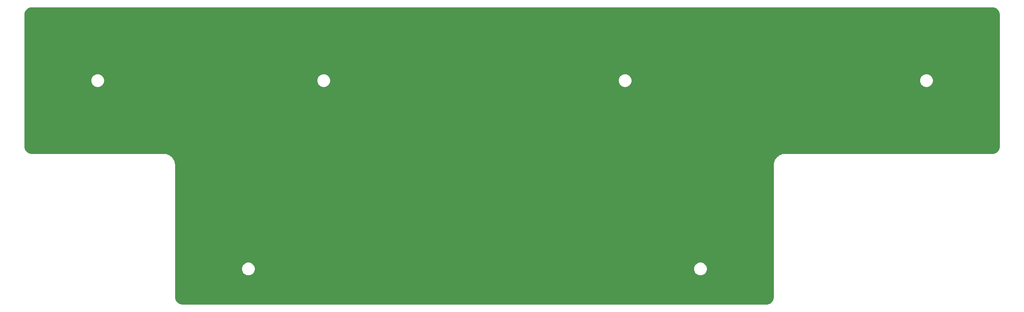
<source format=gbl>
G04 #@! TF.GenerationSoftware,KiCad,Pcbnew,(5.99.0-10431-gb63c482347)*
G04 #@! TF.CreationDate,2021-05-27T22:17:18-07:00*
G04 #@! TF.ProjectId,back-plate,6261636b-2d70-46c6-9174-652e6b696361,rev?*
G04 #@! TF.SameCoordinates,Original*
G04 #@! TF.FileFunction,Copper,L2,Bot*
G04 #@! TF.FilePolarity,Positive*
%FSLAX46Y46*%
G04 Gerber Fmt 4.6, Leading zero omitted, Abs format (unit mm)*
G04 Created by KiCad (PCBNEW (5.99.0-10431-gb63c482347)) date 2021-05-27 22:17:18*
%MOMM*%
%LPD*%
G01*
G04 APERTURE LIST*
G04 APERTURE END LIST*
G04 #@! TA.AperFunction,NonConductor*
G36*
X272989073Y-60834841D02*
G01*
X272998448Y-60836462D01*
X272998454Y-60836463D01*
X273003247Y-60837291D01*
X273048299Y-60838043D01*
X273128461Y-60839383D01*
X273134595Y-60839635D01*
X273177288Y-60842432D01*
X273190870Y-60843323D01*
X273199063Y-60844129D01*
X273249282Y-60850741D01*
X273387955Y-60868998D01*
X273396087Y-60870341D01*
X273432821Y-60877647D01*
X273440853Y-60879519D01*
X273624887Y-60928831D01*
X273632752Y-60931217D01*
X273668219Y-60943256D01*
X273668222Y-60943257D01*
X273675937Y-60946161D01*
X273851969Y-61019076D01*
X273859473Y-61022476D01*
X273859486Y-61022482D01*
X273893060Y-61039039D01*
X273900331Y-61042926D01*
X274065314Y-61138179D01*
X274072312Y-61142530D01*
X274103471Y-61163349D01*
X274110138Y-61168127D01*
X274261341Y-61284149D01*
X274267667Y-61289341D01*
X274290770Y-61309602D01*
X274295839Y-61314048D01*
X274301854Y-61319682D01*
X274436562Y-61454389D01*
X274442197Y-61460406D01*
X274466897Y-61488570D01*
X274472116Y-61494928D01*
X274587869Y-61645780D01*
X274588107Y-61646090D01*
X274592910Y-61652793D01*
X274613720Y-61683938D01*
X274618073Y-61690939D01*
X274713329Y-61855928D01*
X274717211Y-61863190D01*
X274733771Y-61896770D01*
X274737172Y-61904275D01*
X274810090Y-62080313D01*
X274812994Y-62088030D01*
X274825023Y-62123467D01*
X274827417Y-62131357D01*
X274876733Y-62315409D01*
X274878605Y-62323438D01*
X274885909Y-62360156D01*
X274887251Y-62368284D01*
X274905497Y-62506870D01*
X274912120Y-62557178D01*
X274912928Y-62565385D01*
X274916617Y-62621675D01*
X274916869Y-62627810D01*
X274918905Y-62749726D01*
X274919615Y-62754155D01*
X274921662Y-62766926D01*
X274923250Y-62786868D01*
X274923250Y-95961362D01*
X274921409Y-95982823D01*
X274919788Y-95992198D01*
X274919787Y-95992204D01*
X274918959Y-95996997D01*
X274918673Y-96014132D01*
X274916867Y-96122211D01*
X274916615Y-96128345D01*
X274912928Y-96184613D01*
X274912121Y-96192813D01*
X274909949Y-96209312D01*
X274887251Y-96381712D01*
X274885909Y-96389842D01*
X274878599Y-96426594D01*
X274876733Y-96434594D01*
X274827418Y-96618636D01*
X274825025Y-96626526D01*
X274812994Y-96661968D01*
X274810090Y-96669684D01*
X274737174Y-96845720D01*
X274733780Y-96853212D01*
X274717203Y-96886825D01*
X274713324Y-96894082D01*
X274618077Y-97059055D01*
X274613723Y-97066057D01*
X274592898Y-97097224D01*
X274588096Y-97103925D01*
X274472116Y-97255072D01*
X274466916Y-97261408D01*
X274444913Y-97286498D01*
X274442202Y-97289589D01*
X274436568Y-97295603D01*
X274301848Y-97430323D01*
X274295830Y-97435960D01*
X274267676Y-97460650D01*
X274261303Y-97465880D01*
X274110175Y-97581845D01*
X274103475Y-97586647D01*
X274072314Y-97607469D01*
X274065318Y-97611819D01*
X274017006Y-97639712D01*
X273900334Y-97707072D01*
X273893063Y-97710959D01*
X273859475Y-97727523D01*
X273851964Y-97730926D01*
X273675938Y-97803839D01*
X273668226Y-97806742D01*
X273632752Y-97818784D01*
X273624904Y-97821164D01*
X273445088Y-97869345D01*
X273440838Y-97870484D01*
X273432807Y-97872356D01*
X273396094Y-97879658D01*
X273387962Y-97881001D01*
X273297615Y-97892896D01*
X273199060Y-97905871D01*
X273190876Y-97906677D01*
X273141246Y-97909930D01*
X273134575Y-97910367D01*
X273128440Y-97910619D01*
X273092039Y-97911227D01*
X273011014Y-97912580D01*
X273006525Y-97912655D01*
X272990280Y-97915259D01*
X272989325Y-97915412D01*
X272969383Y-97917000D01*
X220740957Y-97917000D01*
X220723657Y-97915806D01*
X220692119Y-97911434D01*
X220687254Y-97911515D01*
X220687250Y-97911515D01*
X220615774Y-97912709D01*
X220505124Y-97914557D01*
X220500102Y-97914540D01*
X220477500Y-97914008D01*
X220472667Y-97914644D01*
X220472452Y-97914656D01*
X220467801Y-97915167D01*
X220467604Y-97915184D01*
X220463120Y-97915259D01*
X220458696Y-97915968D01*
X220458686Y-97915969D01*
X220442429Y-97918575D01*
X220438934Y-97919085D01*
X220267241Y-97941689D01*
X220128219Y-97959991D01*
X220125303Y-97960341D01*
X220118590Y-97961064D01*
X220106411Y-97962376D01*
X220106408Y-97962377D01*
X220101569Y-97962898D01*
X220097153Y-97964081D01*
X220095879Y-97964249D01*
X220082320Y-97968047D01*
X220081049Y-97968396D01*
X219761229Y-98054092D01*
X219758374Y-98054821D01*
X219739966Y-98059291D01*
X219739964Y-98059292D01*
X219735235Y-98060440D01*
X219731017Y-98062187D01*
X219729771Y-98062521D01*
X219716738Y-98068093D01*
X219715469Y-98068627D01*
X219409745Y-98195263D01*
X219406990Y-98196366D01*
X219389315Y-98203204D01*
X219389311Y-98203206D01*
X219384769Y-98204963D01*
X219380811Y-98207248D01*
X219379621Y-98207741D01*
X219367409Y-98214978D01*
X219366333Y-98215607D01*
X219090347Y-98374947D01*
X219079638Y-98381130D01*
X219077052Y-98382582D01*
X219066512Y-98388341D01*
X219056163Y-98393995D01*
X219052542Y-98396774D01*
X219051424Y-98397419D01*
X219040227Y-98406214D01*
X219039188Y-98407020D01*
X218776674Y-98608455D01*
X218774317Y-98610220D01*
X218755044Y-98624301D01*
X218751814Y-98627531D01*
X218750791Y-98628316D01*
X218750054Y-98629070D01*
X218740950Y-98638383D01*
X218739944Y-98639401D01*
X218505891Y-98873453D01*
X218503768Y-98875526D01*
X218492874Y-98885919D01*
X218486562Y-98891940D01*
X218483785Y-98895559D01*
X218482869Y-98896475D01*
X218482239Y-98897316D01*
X218474357Y-98907833D01*
X218473497Y-98908967D01*
X218452760Y-98935992D01*
X218272071Y-99171469D01*
X218270281Y-99173747D01*
X218255308Y-99192336D01*
X218253028Y-99196285D01*
X218252240Y-99197312D01*
X218248369Y-99204196D01*
X218245296Y-99209661D01*
X218244593Y-99210894D01*
X218079119Y-99497506D01*
X218077700Y-99499899D01*
X218065245Y-99520343D01*
X218063496Y-99524566D01*
X218062852Y-99525681D01*
X218062465Y-99526646D01*
X218057615Y-99538742D01*
X218057076Y-99540064D01*
X217930415Y-99845851D01*
X217929254Y-99848563D01*
X217919620Y-99870355D01*
X217918439Y-99874761D01*
X217917944Y-99875957D01*
X217917686Y-99876964D01*
X217917685Y-99876968D01*
X217914434Y-99889677D01*
X217914078Y-99891040D01*
X217829881Y-100205266D01*
X217828430Y-100210680D01*
X217827640Y-100213495D01*
X217820927Y-100236379D01*
X217820331Y-100240905D01*
X217819997Y-100242152D01*
X217819873Y-100243182D01*
X217819871Y-100243193D01*
X217818306Y-100256221D01*
X217818128Y-100257638D01*
X217776174Y-100576316D01*
X217775413Y-100581319D01*
X217771563Y-100603592D01*
X217771482Y-100608458D01*
X217771463Y-100608658D01*
X217771284Y-100613341D01*
X217771271Y-100613557D01*
X217770686Y-100618000D01*
X217770737Y-100622483D01*
X217770923Y-100638942D01*
X217770913Y-100642472D01*
X217770848Y-100646354D01*
X217767738Y-100832591D01*
X217768299Y-100837036D01*
X217772258Y-100868405D01*
X217773250Y-100884182D01*
X217773250Y-134061362D01*
X217771409Y-134082823D01*
X217769788Y-134092198D01*
X217769787Y-134092204D01*
X217768959Y-134096997D01*
X217768673Y-134114132D01*
X217766867Y-134222211D01*
X217766615Y-134228345D01*
X217762928Y-134284613D01*
X217762121Y-134292813D01*
X217759949Y-134309312D01*
X217737251Y-134481712D01*
X217735909Y-134489842D01*
X217728599Y-134526594D01*
X217726733Y-134534594D01*
X217677418Y-134718636D01*
X217675025Y-134726526D01*
X217662994Y-134761968D01*
X217660090Y-134769684D01*
X217587174Y-134945720D01*
X217583780Y-134953212D01*
X217567203Y-134986825D01*
X217563324Y-134994082D01*
X217468077Y-135159055D01*
X217463723Y-135166057D01*
X217442898Y-135197224D01*
X217438096Y-135203925D01*
X217322116Y-135355072D01*
X217316916Y-135361408D01*
X217294913Y-135386498D01*
X217292202Y-135389589D01*
X217286568Y-135395603D01*
X217151848Y-135530323D01*
X217145830Y-135535960D01*
X217117676Y-135560650D01*
X217111303Y-135565880D01*
X216960175Y-135681845D01*
X216953475Y-135686647D01*
X216922314Y-135707469D01*
X216915318Y-135711819D01*
X216867006Y-135739712D01*
X216750334Y-135807072D01*
X216743063Y-135810959D01*
X216709475Y-135827523D01*
X216701964Y-135830926D01*
X216525938Y-135903839D01*
X216518226Y-135906742D01*
X216482752Y-135918784D01*
X216474904Y-135921164D01*
X216295088Y-135969345D01*
X216290838Y-135970484D01*
X216282807Y-135972356D01*
X216246094Y-135979658D01*
X216237962Y-135981001D01*
X216147615Y-135992896D01*
X216049060Y-136005871D01*
X216040876Y-136006677D01*
X215991246Y-136009930D01*
X215984575Y-136010367D01*
X215978440Y-136010619D01*
X215942039Y-136011227D01*
X215861014Y-136012580D01*
X215856525Y-136012655D01*
X215840903Y-136015159D01*
X215839325Y-136015412D01*
X215819383Y-136017000D01*
X68344888Y-136017000D01*
X68323427Y-136015159D01*
X68314052Y-136013538D01*
X68314046Y-136013537D01*
X68309253Y-136012709D01*
X68264201Y-136011957D01*
X68184039Y-136010617D01*
X68177905Y-136010365D01*
X68135212Y-136007568D01*
X68121630Y-136006677D01*
X68113437Y-136005871D01*
X68066796Y-135999730D01*
X67924538Y-135981001D01*
X67916408Y-135979659D01*
X67911284Y-135978640D01*
X67879656Y-135972349D01*
X67871656Y-135970483D01*
X67687614Y-135921168D01*
X67679724Y-135918775D01*
X67644282Y-135906744D01*
X67636566Y-135903840D01*
X67460535Y-135830926D01*
X67460523Y-135830921D01*
X67453038Y-135827530D01*
X67419425Y-135810953D01*
X67412168Y-135807074D01*
X67247195Y-135711827D01*
X67240193Y-135707473D01*
X67209026Y-135686648D01*
X67202324Y-135681845D01*
X67155664Y-135646041D01*
X67051178Y-135565866D01*
X67044842Y-135560666D01*
X67016661Y-135535952D01*
X67010647Y-135530318D01*
X66875927Y-135395598D01*
X66870290Y-135389580D01*
X66845600Y-135361426D01*
X66840370Y-135355053D01*
X66724405Y-135203925D01*
X66719603Y-135197225D01*
X66698781Y-135166064D01*
X66694426Y-135159060D01*
X66599178Y-134994084D01*
X66595291Y-134986813D01*
X66578727Y-134953225D01*
X66575324Y-134945714D01*
X66502411Y-134769688D01*
X66499508Y-134761975D01*
X66499506Y-134761968D01*
X66487466Y-134726502D01*
X66485086Y-134718654D01*
X66435766Y-134534588D01*
X66433894Y-134526557D01*
X66426592Y-134489844D01*
X66425249Y-134481712D01*
X66402551Y-134309312D01*
X66400379Y-134292810D01*
X66399572Y-134284615D01*
X66395883Y-134228325D01*
X66395631Y-134222189D01*
X66393670Y-134104764D01*
X66393595Y-134100275D01*
X66390838Y-134083075D01*
X66389250Y-134063133D01*
X66389250Y-127000000D01*
X83317750Y-127000000D01*
X83337615Y-127252407D01*
X83396720Y-127498599D01*
X83493611Y-127732514D01*
X83625901Y-127948392D01*
X83629112Y-127952152D01*
X83629116Y-127952157D01*
X83774428Y-128122295D01*
X83790333Y-128140917D01*
X83794095Y-128144130D01*
X83979093Y-128302134D01*
X83979098Y-128302138D01*
X83982858Y-128305349D01*
X84198736Y-128437639D01*
X84203306Y-128439532D01*
X84203310Y-128439534D01*
X84428078Y-128532636D01*
X84432651Y-128534530D01*
X84517356Y-128554866D01*
X84674030Y-128592480D01*
X84674036Y-128592481D01*
X84678843Y-128593635D01*
X84931250Y-128613500D01*
X85183657Y-128593635D01*
X85188464Y-128592481D01*
X85188470Y-128592480D01*
X85345144Y-128554866D01*
X85429849Y-128534530D01*
X85434422Y-128532636D01*
X85659190Y-128439534D01*
X85659194Y-128439532D01*
X85663764Y-128437639D01*
X85879642Y-128305349D01*
X85883402Y-128302138D01*
X85883407Y-128302134D01*
X86068405Y-128144130D01*
X86072167Y-128140917D01*
X86088072Y-128122295D01*
X86233384Y-127952157D01*
X86233388Y-127952152D01*
X86236599Y-127948392D01*
X86368889Y-127732514D01*
X86465780Y-127498599D01*
X86524885Y-127252407D01*
X86544750Y-127000000D01*
X197617750Y-127000000D01*
X197637615Y-127252407D01*
X197696720Y-127498599D01*
X197793611Y-127732514D01*
X197925901Y-127948392D01*
X197929112Y-127952152D01*
X197929116Y-127952157D01*
X198074428Y-128122295D01*
X198090333Y-128140917D01*
X198094095Y-128144130D01*
X198279093Y-128302134D01*
X198279098Y-128302138D01*
X198282858Y-128305349D01*
X198498736Y-128437639D01*
X198503306Y-128439532D01*
X198503310Y-128439534D01*
X198728078Y-128532636D01*
X198732651Y-128534530D01*
X198817356Y-128554866D01*
X198974030Y-128592480D01*
X198974036Y-128592481D01*
X198978843Y-128593635D01*
X199231250Y-128613500D01*
X199483657Y-128593635D01*
X199488464Y-128592481D01*
X199488470Y-128592480D01*
X199645144Y-128554866D01*
X199729849Y-128534530D01*
X199734422Y-128532636D01*
X199959190Y-128439534D01*
X199959194Y-128439532D01*
X199963764Y-128437639D01*
X200179642Y-128305349D01*
X200183402Y-128302138D01*
X200183407Y-128302134D01*
X200368405Y-128144130D01*
X200372167Y-128140917D01*
X200388072Y-128122295D01*
X200533384Y-127952157D01*
X200533388Y-127952152D01*
X200536599Y-127948392D01*
X200668889Y-127732514D01*
X200765780Y-127498599D01*
X200824885Y-127252407D01*
X200844750Y-127000000D01*
X200824885Y-126747593D01*
X200765780Y-126501401D01*
X200668889Y-126267486D01*
X200536599Y-126051608D01*
X200533388Y-126047848D01*
X200533384Y-126047843D01*
X200375380Y-125862845D01*
X200372167Y-125859083D01*
X200353545Y-125843178D01*
X200183407Y-125697866D01*
X200183402Y-125697862D01*
X200179642Y-125694651D01*
X199963764Y-125562361D01*
X199959194Y-125560468D01*
X199959190Y-125560466D01*
X199734422Y-125467364D01*
X199734420Y-125467363D01*
X199729849Y-125465470D01*
X199645144Y-125445134D01*
X199488470Y-125407520D01*
X199488464Y-125407519D01*
X199483657Y-125406365D01*
X199231250Y-125386500D01*
X198978843Y-125406365D01*
X198974036Y-125407519D01*
X198974030Y-125407520D01*
X198817356Y-125445134D01*
X198732651Y-125465470D01*
X198728080Y-125467363D01*
X198728078Y-125467364D01*
X198503310Y-125560466D01*
X198503306Y-125560468D01*
X198498736Y-125562361D01*
X198282858Y-125694651D01*
X198279098Y-125697862D01*
X198279093Y-125697866D01*
X198108955Y-125843178D01*
X198090333Y-125859083D01*
X198087120Y-125862845D01*
X197929116Y-126047843D01*
X197929112Y-126047848D01*
X197925901Y-126051608D01*
X197793611Y-126267486D01*
X197696720Y-126501401D01*
X197637615Y-126747593D01*
X197617750Y-127000000D01*
X86544750Y-127000000D01*
X86524885Y-126747593D01*
X86465780Y-126501401D01*
X86368889Y-126267486D01*
X86236599Y-126051608D01*
X86233388Y-126047848D01*
X86233384Y-126047843D01*
X86075380Y-125862845D01*
X86072167Y-125859083D01*
X86053545Y-125843178D01*
X85883407Y-125697866D01*
X85883402Y-125697862D01*
X85879642Y-125694651D01*
X85663764Y-125562361D01*
X85659194Y-125560468D01*
X85659190Y-125560466D01*
X85434422Y-125467364D01*
X85434420Y-125467363D01*
X85429849Y-125465470D01*
X85345144Y-125445134D01*
X85188470Y-125407520D01*
X85188464Y-125407519D01*
X85183657Y-125406365D01*
X84931250Y-125386500D01*
X84678843Y-125406365D01*
X84674036Y-125407519D01*
X84674030Y-125407520D01*
X84517356Y-125445134D01*
X84432651Y-125465470D01*
X84428080Y-125467363D01*
X84428078Y-125467364D01*
X84203310Y-125560466D01*
X84203306Y-125560468D01*
X84198736Y-125562361D01*
X83982858Y-125694651D01*
X83979098Y-125697862D01*
X83979093Y-125697866D01*
X83808955Y-125843178D01*
X83790333Y-125859083D01*
X83787120Y-125862845D01*
X83629116Y-126047843D01*
X83629112Y-126047848D01*
X83625901Y-126051608D01*
X83493611Y-126267486D01*
X83396720Y-126501401D01*
X83337615Y-126747593D01*
X83317750Y-127000000D01*
X66389250Y-127000000D01*
X66389250Y-100884707D01*
X66390444Y-100867404D01*
X66394816Y-100835869D01*
X66394687Y-100828110D01*
X66391693Y-100648897D01*
X66391710Y-100643852D01*
X66392242Y-100621250D01*
X66391606Y-100616417D01*
X66391594Y-100616202D01*
X66391083Y-100611551D01*
X66391066Y-100611354D01*
X66390991Y-100606870D01*
X66390282Y-100602446D01*
X66390281Y-100602436D01*
X66387675Y-100586179D01*
X66387165Y-100582684D01*
X66346261Y-100271989D01*
X66345908Y-100269041D01*
X66343874Y-100250161D01*
X66343873Y-100250158D01*
X66343352Y-100245319D01*
X66342169Y-100240903D01*
X66342001Y-100239629D01*
X66338203Y-100226070D01*
X66337836Y-100224734D01*
X66334071Y-100210680D01*
X66252158Y-99904979D01*
X66251429Y-99902124D01*
X66246959Y-99883716D01*
X66246958Y-99883714D01*
X66245810Y-99878985D01*
X66244063Y-99874767D01*
X66243729Y-99873521D01*
X66238157Y-99860488D01*
X66237623Y-99859219D01*
X66110987Y-99553495D01*
X66109884Y-99550740D01*
X66103046Y-99533065D01*
X66103044Y-99533061D01*
X66101287Y-99528519D01*
X66099002Y-99524561D01*
X66098509Y-99523371D01*
X66091272Y-99511159D01*
X66090643Y-99510083D01*
X65925120Y-99223388D01*
X65923668Y-99220802D01*
X65914595Y-99204196D01*
X65912255Y-99199913D01*
X65909476Y-99196292D01*
X65908831Y-99195174D01*
X65900036Y-99183977D01*
X65899230Y-99182938D01*
X65712849Y-98940043D01*
X65697793Y-98920421D01*
X65696016Y-98918049D01*
X65684824Y-98902729D01*
X65684823Y-98902728D01*
X65681949Y-98898794D01*
X65678719Y-98895564D01*
X65677934Y-98894541D01*
X65667866Y-98884699D01*
X65666849Y-98883694D01*
X65432797Y-98649641D01*
X65430724Y-98647518D01*
X65417674Y-98633838D01*
X65417672Y-98633836D01*
X65414310Y-98630312D01*
X65410691Y-98627535D01*
X65409775Y-98626619D01*
X65398384Y-98618082D01*
X65397277Y-98617242D01*
X65184550Y-98454010D01*
X65134764Y-98415808D01*
X65132503Y-98414031D01*
X65113914Y-98399058D01*
X65109965Y-98396778D01*
X65108938Y-98395990D01*
X65096551Y-98389024D01*
X65095352Y-98388341D01*
X65082862Y-98381130D01*
X64808744Y-98222869D01*
X64806351Y-98221450D01*
X64785907Y-98208995D01*
X64781684Y-98207246D01*
X64780569Y-98206602D01*
X64767459Y-98201345D01*
X64766186Y-98200826D01*
X64716649Y-98180307D01*
X64460371Y-98074153D01*
X64457687Y-98073004D01*
X64435895Y-98063370D01*
X64431489Y-98062189D01*
X64430293Y-98061694D01*
X64429286Y-98061436D01*
X64429282Y-98061435D01*
X64416573Y-98058184D01*
X64415210Y-98057828D01*
X64095551Y-97972175D01*
X64092755Y-97971390D01*
X64069871Y-97964677D01*
X64065345Y-97964081D01*
X64064098Y-97963747D01*
X64063068Y-97963623D01*
X64063057Y-97963621D01*
X64050029Y-97962056D01*
X64048612Y-97961878D01*
X63810634Y-97930548D01*
X63729929Y-97919923D01*
X63724931Y-97919163D01*
X63702658Y-97915313D01*
X63697792Y-97915232D01*
X63697592Y-97915213D01*
X63692909Y-97915034D01*
X63692693Y-97915021D01*
X63688250Y-97914436D01*
X63675604Y-97914579D01*
X63667308Y-97914673D01*
X63663778Y-97914663D01*
X63560096Y-97912932D01*
X63473659Y-97911488D01*
X63458787Y-97913365D01*
X63437845Y-97916008D01*
X63422068Y-97917000D01*
X30244888Y-97917000D01*
X30223427Y-97915159D01*
X30214052Y-97913538D01*
X30214046Y-97913537D01*
X30209253Y-97912709D01*
X30164201Y-97911957D01*
X30084039Y-97910617D01*
X30077905Y-97910365D01*
X30035212Y-97907568D01*
X30021630Y-97906677D01*
X30013437Y-97905871D01*
X29966796Y-97899730D01*
X29824538Y-97881001D01*
X29816408Y-97879659D01*
X29811284Y-97878640D01*
X29779656Y-97872349D01*
X29771656Y-97870483D01*
X29587614Y-97821168D01*
X29579724Y-97818775D01*
X29544282Y-97806744D01*
X29536566Y-97803840D01*
X29360535Y-97730926D01*
X29360523Y-97730921D01*
X29353038Y-97727530D01*
X29319425Y-97710953D01*
X29312168Y-97707074D01*
X29147195Y-97611827D01*
X29140193Y-97607473D01*
X29109026Y-97586648D01*
X29102324Y-97581845D01*
X29055664Y-97546041D01*
X28951178Y-97465866D01*
X28944842Y-97460666D01*
X28916661Y-97435952D01*
X28910647Y-97430318D01*
X28775927Y-97295598D01*
X28770290Y-97289580D01*
X28745600Y-97261426D01*
X28740370Y-97255053D01*
X28624405Y-97103925D01*
X28619603Y-97097225D01*
X28598781Y-97066064D01*
X28594426Y-97059060D01*
X28499178Y-96894084D01*
X28495291Y-96886813D01*
X28478727Y-96853225D01*
X28475324Y-96845714D01*
X28402411Y-96669688D01*
X28399508Y-96661975D01*
X28399506Y-96661968D01*
X28387466Y-96626502D01*
X28385086Y-96618654D01*
X28335766Y-96434588D01*
X28333894Y-96426557D01*
X28326592Y-96389844D01*
X28325249Y-96381712D01*
X28302551Y-96209312D01*
X28300379Y-96192810D01*
X28299572Y-96184615D01*
X28295883Y-96128325D01*
X28295631Y-96122189D01*
X28293670Y-96004764D01*
X28293595Y-96000275D01*
X28290838Y-95983075D01*
X28289250Y-95963133D01*
X28289250Y-79375000D01*
X45217750Y-79375000D01*
X45237615Y-79627407D01*
X45296720Y-79873599D01*
X45393611Y-80107514D01*
X45525901Y-80323392D01*
X45529112Y-80327152D01*
X45529116Y-80327157D01*
X45674428Y-80497295D01*
X45690333Y-80515917D01*
X45694095Y-80519130D01*
X45879093Y-80677134D01*
X45879098Y-80677138D01*
X45882858Y-80680349D01*
X46098736Y-80812639D01*
X46103306Y-80814532D01*
X46103310Y-80814534D01*
X46328078Y-80907636D01*
X46332651Y-80909530D01*
X46417356Y-80929866D01*
X46574030Y-80967480D01*
X46574036Y-80967481D01*
X46578843Y-80968635D01*
X46831250Y-80988500D01*
X47083657Y-80968635D01*
X47088464Y-80967481D01*
X47088470Y-80967480D01*
X47245144Y-80929866D01*
X47329849Y-80909530D01*
X47334422Y-80907636D01*
X47559190Y-80814534D01*
X47559194Y-80814532D01*
X47563764Y-80812639D01*
X47779642Y-80680349D01*
X47783402Y-80677138D01*
X47783407Y-80677134D01*
X47968405Y-80519130D01*
X47972167Y-80515917D01*
X47988072Y-80497295D01*
X48133384Y-80327157D01*
X48133388Y-80327152D01*
X48136599Y-80323392D01*
X48268889Y-80107514D01*
X48365780Y-79873599D01*
X48424885Y-79627407D01*
X48444750Y-79375000D01*
X102367750Y-79375000D01*
X102387615Y-79627407D01*
X102446720Y-79873599D01*
X102543611Y-80107514D01*
X102675901Y-80323392D01*
X102679112Y-80327152D01*
X102679116Y-80327157D01*
X102824428Y-80497295D01*
X102840333Y-80515917D01*
X102844095Y-80519130D01*
X103029093Y-80677134D01*
X103029098Y-80677138D01*
X103032858Y-80680349D01*
X103248736Y-80812639D01*
X103253306Y-80814532D01*
X103253310Y-80814534D01*
X103478078Y-80907636D01*
X103482651Y-80909530D01*
X103567356Y-80929866D01*
X103724030Y-80967480D01*
X103724036Y-80967481D01*
X103728843Y-80968635D01*
X103981250Y-80988500D01*
X104233657Y-80968635D01*
X104238464Y-80967481D01*
X104238470Y-80967480D01*
X104395144Y-80929866D01*
X104479849Y-80909530D01*
X104484422Y-80907636D01*
X104709190Y-80814534D01*
X104709194Y-80814532D01*
X104713764Y-80812639D01*
X104929642Y-80680349D01*
X104933402Y-80677138D01*
X104933407Y-80677134D01*
X105118405Y-80519130D01*
X105122167Y-80515917D01*
X105138072Y-80497295D01*
X105283384Y-80327157D01*
X105283388Y-80327152D01*
X105286599Y-80323392D01*
X105418889Y-80107514D01*
X105515780Y-79873599D01*
X105574885Y-79627407D01*
X105594750Y-79375000D01*
X178567750Y-79375000D01*
X178587615Y-79627407D01*
X178646720Y-79873599D01*
X178743611Y-80107514D01*
X178875901Y-80323392D01*
X178879112Y-80327152D01*
X178879116Y-80327157D01*
X179024428Y-80497295D01*
X179040333Y-80515917D01*
X179044095Y-80519130D01*
X179229093Y-80677134D01*
X179229098Y-80677138D01*
X179232858Y-80680349D01*
X179448736Y-80812639D01*
X179453306Y-80814532D01*
X179453310Y-80814534D01*
X179678078Y-80907636D01*
X179682651Y-80909530D01*
X179767356Y-80929866D01*
X179924030Y-80967480D01*
X179924036Y-80967481D01*
X179928843Y-80968635D01*
X180181250Y-80988500D01*
X180433657Y-80968635D01*
X180438464Y-80967481D01*
X180438470Y-80967480D01*
X180595144Y-80929866D01*
X180679849Y-80909530D01*
X180684422Y-80907636D01*
X180909190Y-80814534D01*
X180909194Y-80814532D01*
X180913764Y-80812639D01*
X181129642Y-80680349D01*
X181133402Y-80677138D01*
X181133407Y-80677134D01*
X181318405Y-80519130D01*
X181322167Y-80515917D01*
X181338072Y-80497295D01*
X181483384Y-80327157D01*
X181483388Y-80327152D01*
X181486599Y-80323392D01*
X181618889Y-80107514D01*
X181715780Y-79873599D01*
X181774885Y-79627407D01*
X181794750Y-79375000D01*
X254767750Y-79375000D01*
X254787615Y-79627407D01*
X254846720Y-79873599D01*
X254943611Y-80107514D01*
X255075901Y-80323392D01*
X255079112Y-80327152D01*
X255079116Y-80327157D01*
X255224428Y-80497295D01*
X255240333Y-80515917D01*
X255244095Y-80519130D01*
X255429093Y-80677134D01*
X255429098Y-80677138D01*
X255432858Y-80680349D01*
X255648736Y-80812639D01*
X255653306Y-80814532D01*
X255653310Y-80814534D01*
X255878078Y-80907636D01*
X255882651Y-80909530D01*
X255967356Y-80929866D01*
X256124030Y-80967480D01*
X256124036Y-80967481D01*
X256128843Y-80968635D01*
X256381250Y-80988500D01*
X256633657Y-80968635D01*
X256638464Y-80967481D01*
X256638470Y-80967480D01*
X256795144Y-80929866D01*
X256879849Y-80909530D01*
X256884422Y-80907636D01*
X257109190Y-80814534D01*
X257109194Y-80814532D01*
X257113764Y-80812639D01*
X257329642Y-80680349D01*
X257333402Y-80677138D01*
X257333407Y-80677134D01*
X257518405Y-80519130D01*
X257522167Y-80515917D01*
X257538072Y-80497295D01*
X257683384Y-80327157D01*
X257683388Y-80327152D01*
X257686599Y-80323392D01*
X257818889Y-80107514D01*
X257915780Y-79873599D01*
X257974885Y-79627407D01*
X257994750Y-79375000D01*
X257974885Y-79122593D01*
X257915780Y-78876401D01*
X257818889Y-78642486D01*
X257686599Y-78426608D01*
X257683388Y-78422848D01*
X257683384Y-78422843D01*
X257525380Y-78237845D01*
X257522167Y-78234083D01*
X257503545Y-78218178D01*
X257333407Y-78072866D01*
X257333402Y-78072862D01*
X257329642Y-78069651D01*
X257113764Y-77937361D01*
X257109194Y-77935468D01*
X257109190Y-77935466D01*
X256884422Y-77842364D01*
X256884420Y-77842363D01*
X256879849Y-77840470D01*
X256795144Y-77820134D01*
X256638470Y-77782520D01*
X256638464Y-77782519D01*
X256633657Y-77781365D01*
X256381250Y-77761500D01*
X256128843Y-77781365D01*
X256124036Y-77782519D01*
X256124030Y-77782520D01*
X255967356Y-77820134D01*
X255882651Y-77840470D01*
X255878080Y-77842363D01*
X255878078Y-77842364D01*
X255653310Y-77935466D01*
X255653306Y-77935468D01*
X255648736Y-77937361D01*
X255432858Y-78069651D01*
X255429098Y-78072862D01*
X255429093Y-78072866D01*
X255258955Y-78218178D01*
X255240333Y-78234083D01*
X255237120Y-78237845D01*
X255079116Y-78422843D01*
X255079112Y-78422848D01*
X255075901Y-78426608D01*
X254943611Y-78642486D01*
X254846720Y-78876401D01*
X254787615Y-79122593D01*
X254767750Y-79375000D01*
X181794750Y-79375000D01*
X181774885Y-79122593D01*
X181715780Y-78876401D01*
X181618889Y-78642486D01*
X181486599Y-78426608D01*
X181483388Y-78422848D01*
X181483384Y-78422843D01*
X181325380Y-78237845D01*
X181322167Y-78234083D01*
X181303545Y-78218178D01*
X181133407Y-78072866D01*
X181133402Y-78072862D01*
X181129642Y-78069651D01*
X180913764Y-77937361D01*
X180909194Y-77935468D01*
X180909190Y-77935466D01*
X180684422Y-77842364D01*
X180684420Y-77842363D01*
X180679849Y-77840470D01*
X180595144Y-77820134D01*
X180438470Y-77782520D01*
X180438464Y-77782519D01*
X180433657Y-77781365D01*
X180181250Y-77761500D01*
X179928843Y-77781365D01*
X179924036Y-77782519D01*
X179924030Y-77782520D01*
X179767356Y-77820134D01*
X179682651Y-77840470D01*
X179678080Y-77842363D01*
X179678078Y-77842364D01*
X179453310Y-77935466D01*
X179453306Y-77935468D01*
X179448736Y-77937361D01*
X179232858Y-78069651D01*
X179229098Y-78072862D01*
X179229093Y-78072866D01*
X179058955Y-78218178D01*
X179040333Y-78234083D01*
X179037120Y-78237845D01*
X178879116Y-78422843D01*
X178879112Y-78422848D01*
X178875901Y-78426608D01*
X178743611Y-78642486D01*
X178646720Y-78876401D01*
X178587615Y-79122593D01*
X178567750Y-79375000D01*
X105594750Y-79375000D01*
X105574885Y-79122593D01*
X105515780Y-78876401D01*
X105418889Y-78642486D01*
X105286599Y-78426608D01*
X105283388Y-78422848D01*
X105283384Y-78422843D01*
X105125380Y-78237845D01*
X105122167Y-78234083D01*
X105103545Y-78218178D01*
X104933407Y-78072866D01*
X104933402Y-78072862D01*
X104929642Y-78069651D01*
X104713764Y-77937361D01*
X104709194Y-77935468D01*
X104709190Y-77935466D01*
X104484422Y-77842364D01*
X104484420Y-77842363D01*
X104479849Y-77840470D01*
X104395144Y-77820134D01*
X104238470Y-77782520D01*
X104238464Y-77782519D01*
X104233657Y-77781365D01*
X103981250Y-77761500D01*
X103728843Y-77781365D01*
X103724036Y-77782519D01*
X103724030Y-77782520D01*
X103567356Y-77820134D01*
X103482651Y-77840470D01*
X103478080Y-77842363D01*
X103478078Y-77842364D01*
X103253310Y-77935466D01*
X103253306Y-77935468D01*
X103248736Y-77937361D01*
X103032858Y-78069651D01*
X103029098Y-78072862D01*
X103029093Y-78072866D01*
X102858955Y-78218178D01*
X102840333Y-78234083D01*
X102837120Y-78237845D01*
X102679116Y-78422843D01*
X102679112Y-78422848D01*
X102675901Y-78426608D01*
X102543611Y-78642486D01*
X102446720Y-78876401D01*
X102387615Y-79122593D01*
X102367750Y-79375000D01*
X48444750Y-79375000D01*
X48424885Y-79122593D01*
X48365780Y-78876401D01*
X48268889Y-78642486D01*
X48136599Y-78426608D01*
X48133388Y-78422848D01*
X48133384Y-78422843D01*
X47975380Y-78237845D01*
X47972167Y-78234083D01*
X47953545Y-78218178D01*
X47783407Y-78072866D01*
X47783402Y-78072862D01*
X47779642Y-78069651D01*
X47563764Y-77937361D01*
X47559194Y-77935468D01*
X47559190Y-77935466D01*
X47334422Y-77842364D01*
X47334420Y-77842363D01*
X47329849Y-77840470D01*
X47245144Y-77820134D01*
X47088470Y-77782520D01*
X47088464Y-77782519D01*
X47083657Y-77781365D01*
X46831250Y-77761500D01*
X46578843Y-77781365D01*
X46574036Y-77782519D01*
X46574030Y-77782520D01*
X46417356Y-77820134D01*
X46332651Y-77840470D01*
X46328080Y-77842363D01*
X46328078Y-77842364D01*
X46103310Y-77935466D01*
X46103306Y-77935468D01*
X46098736Y-77937361D01*
X45882858Y-78069651D01*
X45879098Y-78072862D01*
X45879093Y-78072866D01*
X45708955Y-78218178D01*
X45690333Y-78234083D01*
X45687120Y-78237845D01*
X45529116Y-78422843D01*
X45529112Y-78422848D01*
X45525901Y-78426608D01*
X45393611Y-78642486D01*
X45296720Y-78876401D01*
X45237615Y-79122593D01*
X45217750Y-79375000D01*
X28289250Y-79375000D01*
X28289250Y-62788638D01*
X28291091Y-62767177D01*
X28292712Y-62757802D01*
X28292713Y-62757796D01*
X28293541Y-62753003D01*
X28294293Y-62707951D01*
X28295633Y-62627789D01*
X28295885Y-62621655D01*
X28299572Y-62565387D01*
X28300380Y-62557179D01*
X28325248Y-62368295D01*
X28326591Y-62360163D01*
X28333897Y-62323429D01*
X28335769Y-62315397D01*
X28382524Y-62140905D01*
X28385081Y-62131363D01*
X28387467Y-62123498D01*
X28399507Y-62088028D01*
X28402411Y-62080313D01*
X28475326Y-61904281D01*
X28478729Y-61896770D01*
X28478733Y-61896763D01*
X28495290Y-61863187D01*
X28499176Y-61855919D01*
X28594429Y-61690936D01*
X28598782Y-61683935D01*
X28619594Y-61652787D01*
X28624377Y-61646111D01*
X28740399Y-61494909D01*
X28745591Y-61488583D01*
X28770298Y-61460411D01*
X28775932Y-61454396D01*
X28910639Y-61319688D01*
X28916656Y-61314053D01*
X28944820Y-61289353D01*
X28951178Y-61284134D01*
X29102340Y-61168143D01*
X29109036Y-61163345D01*
X29140187Y-61142530D01*
X29147189Y-61138177D01*
X29312178Y-61042921D01*
X29319448Y-61039035D01*
X29353031Y-61022474D01*
X29360525Y-61019078D01*
X29536563Y-60946160D01*
X29544271Y-60943259D01*
X29579718Y-60931227D01*
X29587607Y-60928833D01*
X29771659Y-60879517D01*
X29779688Y-60877645D01*
X29797536Y-60874095D01*
X29816412Y-60870340D01*
X29824534Y-60868999D01*
X30013440Y-60844129D01*
X30021624Y-60843323D01*
X30077894Y-60839635D01*
X30077925Y-60839633D01*
X30084060Y-60839381D01*
X30126669Y-60838669D01*
X30201487Y-60837420D01*
X30205976Y-60837345D01*
X30223176Y-60834588D01*
X30243118Y-60833000D01*
X272967612Y-60833000D01*
X272989073Y-60834841D01*
G37*
G04 #@! TD.AperFunction*
M02*

</source>
